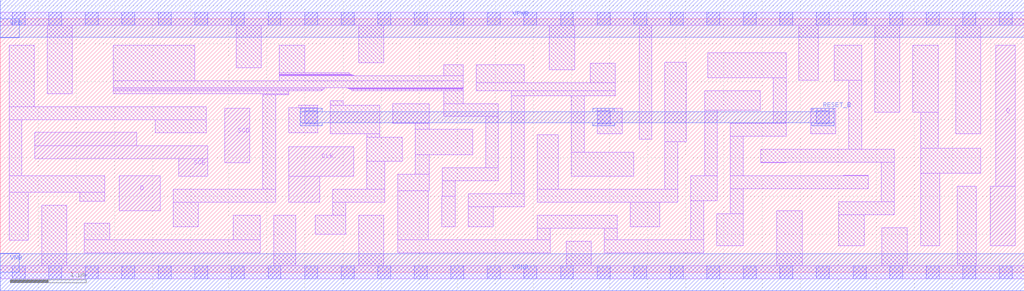
<source format=lef>
# Copyright 2020 The SkyWater PDK Authors
#
# Licensed under the Apache License, Version 2.0 (the "License");
# you may not use this file except in compliance with the License.
# You may obtain a copy of the License at
#
#     https://www.apache.org/licenses/LICENSE-2.0
#
# Unless required by applicable law or agreed to in writing, software
# distributed under the License is distributed on an "AS IS" BASIS,
# WITHOUT WARRANTIES OR CONDITIONS OF ANY KIND, either express or implied.
# See the License for the specific language governing permissions and
# limitations under the License.
#
# SPDX-License-Identifier: Apache-2.0

VERSION 5.5 ;
NAMESCASESENSITIVE ON ;
BUSBITCHARS "[]" ;
DIVIDERCHAR "/" ;
MACRO sky130_fd_sc_ms__sdfrtp_1
  CLASS CORE ;
  SOURCE USER ;
  ORIGIN  0.000000  0.000000 ;
  SIZE  13.44000 BY  3.330000 ;
  SYMMETRY X Y R90 ;
  SITE unit ;
  PIN D
    ANTENNAGATEAREA  0.159000 ;
    DIRECTION INPUT ;
    USE SIGNAL ;
    PORT
      LAYER li1 ;
        RECT 1.565000 0.810000 2.100000 1.265000 ;
    END
  END D
  PIN Q
    ANTENNADIFFAREA  0.541300 ;
    DIRECTION OUTPUT ;
    USE SIGNAL ;
    PORT
      LAYER li1 ;
        RECT 12.995000 0.350000 13.325000 1.130000 ;
        RECT 13.070000 1.130000 13.325000 2.980000 ;
    END
  END Q
  PIN RESET_B
    ANTENNAGATEAREA  0.411000 ;
    DIRECTION INPUT ;
    USE SIGNAL ;
    PORT
      LAYER met1 ;
        RECT  3.935000 1.920000  4.225000 1.965000 ;
        RECT  3.935000 1.965000 10.945000 2.105000 ;
        RECT  3.935000 2.105000  4.225000 2.150000 ;
        RECT  7.775000 1.920000  8.065000 1.965000 ;
        RECT  7.775000 2.105000  8.065000 2.150000 ;
        RECT 10.655000 1.920000 10.945000 1.965000 ;
        RECT 10.655000 2.105000 10.945000 2.150000 ;
    END
  END RESET_B
  PIN SCD
    ANTENNAGATEAREA  0.159000 ;
    DIRECTION INPUT ;
    USE SIGNAL ;
    PORT
      LAYER li1 ;
        RECT 2.945000 1.440000 3.275000 2.150000 ;
    END
  END SCD
  PIN SCE
    ANTENNAGATEAREA  0.318000 ;
    DIRECTION INPUT ;
    USE SIGNAL ;
    PORT
      LAYER li1 ;
        RECT 0.455000 1.490000 2.725000 1.660000 ;
        RECT 0.455000 1.660000 1.795000 1.835000 ;
        RECT 2.345000 1.260000 2.725000 1.490000 ;
    END
  END SCE
  PIN CLK
    ANTENNAGATEAREA  0.261000 ;
    DIRECTION INPUT ;
    USE CLOCK ;
    PORT
      LAYER li1 ;
        RECT 3.785000 0.920000 4.195000 1.260000 ;
        RECT 3.785000 1.260000 4.640000 1.650000 ;
    END
  END CLK
  PIN VGND
    DIRECTION INOUT ;
    USE GROUND ;
    PORT
      LAYER met1 ;
        RECT 0.000000 -0.245000 13.440000 0.245000 ;
    END
  END VGND
  PIN VNB
    DIRECTION INOUT ;
    USE GROUND ;
    PORT
      LAYER met1 ;
        RECT 0.000000 0.000000 0.250000 0.250000 ;
    END
  END VNB
  PIN VPB
    DIRECTION INOUT ;
    USE POWER ;
    PORT
      LAYER met1 ;
        RECT 0.000000 3.080000 0.250000 3.330000 ;
    END
  END VPB
  PIN VPWR
    DIRECTION INOUT ;
    USE POWER ;
    PORT
      LAYER met1 ;
        RECT 0.000000 3.085000 13.440000 3.575000 ;
    END
  END VPWR
  OBS
    LAYER li1 ;
      RECT  0.000000 -0.085000 13.440000 0.085000 ;
      RECT  0.000000  3.245000 13.440000 3.415000 ;
      RECT  0.115000  0.420000  0.365000 1.050000 ;
      RECT  0.115000  1.050000  1.375000 1.265000 ;
      RECT  0.115000  1.265000  0.285000 2.005000 ;
      RECT  0.115000  2.005000  2.705000 2.175000 ;
      RECT  0.115000  2.175000  0.445000 2.980000 ;
      RECT  0.545000  0.085000  0.875000 0.880000 ;
      RECT  0.615000  2.345000  0.945000 3.245000 ;
      RECT  1.045000  0.935000  1.375000 1.050000 ;
      RECT  1.105000  0.255000  3.410000 0.425000 ;
      RECT  1.105000  0.425000  1.435000 0.640000 ;
      RECT  1.485000  2.345000  3.785000 2.385000 ;
      RECT  1.485000  2.385000  4.230000 2.400000 ;
      RECT  1.485000  2.400000  4.250000 2.420000 ;
      RECT  1.485000  2.420000  6.075000 2.515000 ;
      RECT  1.485000  2.515000  2.555000 2.980000 ;
      RECT  2.035000  1.830000  2.705000 2.005000 ;
      RECT  2.270000  0.595000  2.600000 0.920000 ;
      RECT  2.270000  0.920000  3.615000 1.090000 ;
      RECT  3.060000  0.425000  3.410000 0.750000 ;
      RECT  3.095000  2.685000  3.425000 3.245000 ;
      RECT  3.445000  1.090000  3.615000 2.330000 ;
      RECT  3.445000  2.330000  3.785000 2.345000 ;
      RECT  3.590000  0.085000  3.880000 0.750000 ;
      RECT  3.665000  2.515000  6.075000 2.580000 ;
      RECT  3.665000  2.580000  4.645000 2.585000 ;
      RECT  3.665000  2.585000  4.630000 2.590000 ;
      RECT  3.665000  2.590000  4.610000 2.600000 ;
      RECT  3.665000  2.600000  4.580000 2.620000 ;
      RECT  3.665000  2.620000  3.995000 2.980000 ;
      RECT  3.785000  1.830000  4.165000 2.160000 ;
      RECT  3.920000  2.160000  4.165000 2.190000 ;
      RECT  4.135000  0.500000  4.535000 0.750000 ;
      RECT  4.335000  1.820000  4.980000 2.195000 ;
      RECT  4.335000  2.195000  4.505000 2.250000 ;
      RECT  4.365000  0.750000  4.535000 0.920000 ;
      RECT  4.365000  0.920000  5.045000 1.090000 ;
      RECT  4.555000  2.415000  6.075000 2.420000 ;
      RECT  4.570000  2.410000  6.075000 2.415000 ;
      RECT  4.590000  2.400000  6.075000 2.410000 ;
      RECT  4.615000  2.385000  6.075000 2.400000 ;
      RECT  4.705000  0.085000  5.035000 0.750000 ;
      RECT  4.705000  2.750000  5.035000 3.245000 ;
      RECT  4.810000  1.090000  5.045000 1.455000 ;
      RECT  4.810000  1.455000  5.280000 1.775000 ;
      RECT  4.810000  1.775000  4.980000 1.820000 ;
      RECT  5.155000  1.955000  5.630000 2.215000 ;
      RECT  5.215000  0.255000  7.220000 0.425000 ;
      RECT  5.215000  0.425000  5.620000 1.070000 ;
      RECT  5.215000  1.070000  5.630000 1.285000 ;
      RECT  5.450000  1.285000  5.630000 1.545000 ;
      RECT  5.450000  1.545000  6.200000 1.875000 ;
      RECT  5.450000  1.875000  5.630000 1.955000 ;
      RECT  5.795000  0.595000  5.975000 0.995000 ;
      RECT  5.800000  0.995000  5.975000 1.200000 ;
      RECT  5.800000  1.200000  6.540000 1.370000 ;
      RECT  5.825000  2.045000  6.540000 2.215000 ;
      RECT  5.825000  2.215000  6.075000 2.385000 ;
      RECT  5.825000  2.580000  6.075000 2.725000 ;
      RECT  6.145000  0.595000  6.470000 0.860000 ;
      RECT  6.145000  0.860000  6.880000 1.030000 ;
      RECT  6.250000  2.385000  8.075000 2.490000 ;
      RECT  6.250000  2.490000  6.880000 2.725000 ;
      RECT  6.370000  1.370000  6.540000 2.045000 ;
      RECT  6.710000  1.030000  6.880000 2.320000 ;
      RECT  6.710000  2.320000  8.075000 2.385000 ;
      RECT  7.050000  0.425000  7.220000 0.580000 ;
      RECT  7.050000  0.580000  8.100000 0.750000 ;
      RECT  7.050000  0.920000  8.895000 1.090000 ;
      RECT  7.050000  1.090000  7.325000 1.805000 ;
      RECT  7.205000  2.660000  7.540000 3.245000 ;
      RECT  7.430000  0.085000  7.760000 0.410000 ;
      RECT  7.495000  1.260000  8.315000 1.575000 ;
      RECT  7.495000  1.575000  7.665000 2.320000 ;
      RECT  7.745000  2.490000  8.075000 2.745000 ;
      RECT  7.835000  1.815000  8.165000 2.150000 ;
      RECT  7.930000  0.255000  9.235000 0.425000 ;
      RECT  7.930000  0.425000  8.100000 0.580000 ;
      RECT  8.270000  0.595000  8.655000 0.920000 ;
      RECT  8.385000  1.745000  8.555000 3.245000 ;
      RECT  8.725000  1.090000  8.895000 1.715000 ;
      RECT  8.725000  1.715000  9.005000 2.755000 ;
      RECT  9.065000  0.425000  9.235000 0.940000 ;
      RECT  9.065000  0.940000  9.415000 1.270000 ;
      RECT  9.245000  1.270000  9.415000 2.125000 ;
      RECT  9.245000  2.125000  9.975000 2.380000 ;
      RECT  9.290000  2.550000 10.315000 2.880000 ;
      RECT  9.405000  0.350000  9.755000 0.770000 ;
      RECT  9.585000  0.770000  9.755000 1.095000 ;
      RECT  9.585000  1.095000 11.395000 1.265000 ;
      RECT  9.585000  1.265000  9.755000 1.785000 ;
      RECT  9.585000  1.785000 10.315000 1.955000 ;
      RECT  9.985000  1.435000 10.315000 1.445000 ;
      RECT  9.985000  1.445000 11.735000 1.615000 ;
      RECT 10.145000  1.955000 10.315000 2.550000 ;
      RECT 10.195000  0.085000 10.525000 0.810000 ;
      RECT 10.485000  2.520000 10.735000 3.245000 ;
      RECT 10.640000  1.820000 10.970000 2.150000 ;
      RECT 10.945000  2.520000 11.310000 2.980000 ;
      RECT 11.010000  0.350000 11.340000 0.755000 ;
      RECT 11.010000  0.755000 11.735000 0.925000 ;
      RECT 11.065000  1.265000 11.395000 1.275000 ;
      RECT 11.140000  1.615000 11.310000 2.520000 ;
      RECT 11.480000  2.100000 11.810000 3.245000 ;
      RECT 11.565000  0.925000 11.735000 1.445000 ;
      RECT 11.570000  0.085000 11.905000 0.585000 ;
      RECT 11.980000  2.100000 12.310000 2.980000 ;
      RECT 12.085000  0.350000 12.335000 1.300000 ;
      RECT 12.085000  1.300000 12.870000 1.630000 ;
      RECT 12.085000  1.630000 12.310000 2.100000 ;
      RECT 12.540000  1.820000 12.870000 3.245000 ;
      RECT 12.565000  0.085000 12.815000 1.130000 ;
    LAYER mcon ;
      RECT  0.155000 -0.085000  0.325000 0.085000 ;
      RECT  0.155000  3.245000  0.325000 3.415000 ;
      RECT  0.635000 -0.085000  0.805000 0.085000 ;
      RECT  0.635000  3.245000  0.805000 3.415000 ;
      RECT  1.115000 -0.085000  1.285000 0.085000 ;
      RECT  1.115000  3.245000  1.285000 3.415000 ;
      RECT  1.595000 -0.085000  1.765000 0.085000 ;
      RECT  1.595000  3.245000  1.765000 3.415000 ;
      RECT  2.075000 -0.085000  2.245000 0.085000 ;
      RECT  2.075000  3.245000  2.245000 3.415000 ;
      RECT  2.555000 -0.085000  2.725000 0.085000 ;
      RECT  2.555000  3.245000  2.725000 3.415000 ;
      RECT  3.035000 -0.085000  3.205000 0.085000 ;
      RECT  3.035000  3.245000  3.205000 3.415000 ;
      RECT  3.515000 -0.085000  3.685000 0.085000 ;
      RECT  3.515000  3.245000  3.685000 3.415000 ;
      RECT  3.995000 -0.085000  4.165000 0.085000 ;
      RECT  3.995000  1.950000  4.165000 2.120000 ;
      RECT  3.995000  3.245000  4.165000 3.415000 ;
      RECT  4.475000 -0.085000  4.645000 0.085000 ;
      RECT  4.475000  3.245000  4.645000 3.415000 ;
      RECT  4.955000 -0.085000  5.125000 0.085000 ;
      RECT  4.955000  3.245000  5.125000 3.415000 ;
      RECT  5.435000 -0.085000  5.605000 0.085000 ;
      RECT  5.435000  3.245000  5.605000 3.415000 ;
      RECT  5.915000 -0.085000  6.085000 0.085000 ;
      RECT  5.915000  3.245000  6.085000 3.415000 ;
      RECT  6.395000 -0.085000  6.565000 0.085000 ;
      RECT  6.395000  3.245000  6.565000 3.415000 ;
      RECT  6.875000 -0.085000  7.045000 0.085000 ;
      RECT  6.875000  3.245000  7.045000 3.415000 ;
      RECT  7.355000 -0.085000  7.525000 0.085000 ;
      RECT  7.355000  3.245000  7.525000 3.415000 ;
      RECT  7.835000 -0.085000  8.005000 0.085000 ;
      RECT  7.835000  1.950000  8.005000 2.120000 ;
      RECT  7.835000  3.245000  8.005000 3.415000 ;
      RECT  8.315000 -0.085000  8.485000 0.085000 ;
      RECT  8.315000  3.245000  8.485000 3.415000 ;
      RECT  8.795000 -0.085000  8.965000 0.085000 ;
      RECT  8.795000  3.245000  8.965000 3.415000 ;
      RECT  9.275000 -0.085000  9.445000 0.085000 ;
      RECT  9.275000  3.245000  9.445000 3.415000 ;
      RECT  9.755000 -0.085000  9.925000 0.085000 ;
      RECT  9.755000  3.245000  9.925000 3.415000 ;
      RECT 10.235000 -0.085000 10.405000 0.085000 ;
      RECT 10.235000  3.245000 10.405000 3.415000 ;
      RECT 10.715000 -0.085000 10.885000 0.085000 ;
      RECT 10.715000  1.950000 10.885000 2.120000 ;
      RECT 10.715000  3.245000 10.885000 3.415000 ;
      RECT 11.195000 -0.085000 11.365000 0.085000 ;
      RECT 11.195000  3.245000 11.365000 3.415000 ;
      RECT 11.675000 -0.085000 11.845000 0.085000 ;
      RECT 11.675000  3.245000 11.845000 3.415000 ;
      RECT 12.155000 -0.085000 12.325000 0.085000 ;
      RECT 12.155000  3.245000 12.325000 3.415000 ;
      RECT 12.635000 -0.085000 12.805000 0.085000 ;
      RECT 12.635000  3.245000 12.805000 3.415000 ;
      RECT 13.115000 -0.085000 13.285000 0.085000 ;
      RECT 13.115000  3.245000 13.285000 3.415000 ;
  END
END sky130_fd_sc_ms__sdfrtp_1
END LIBRARY

</source>
